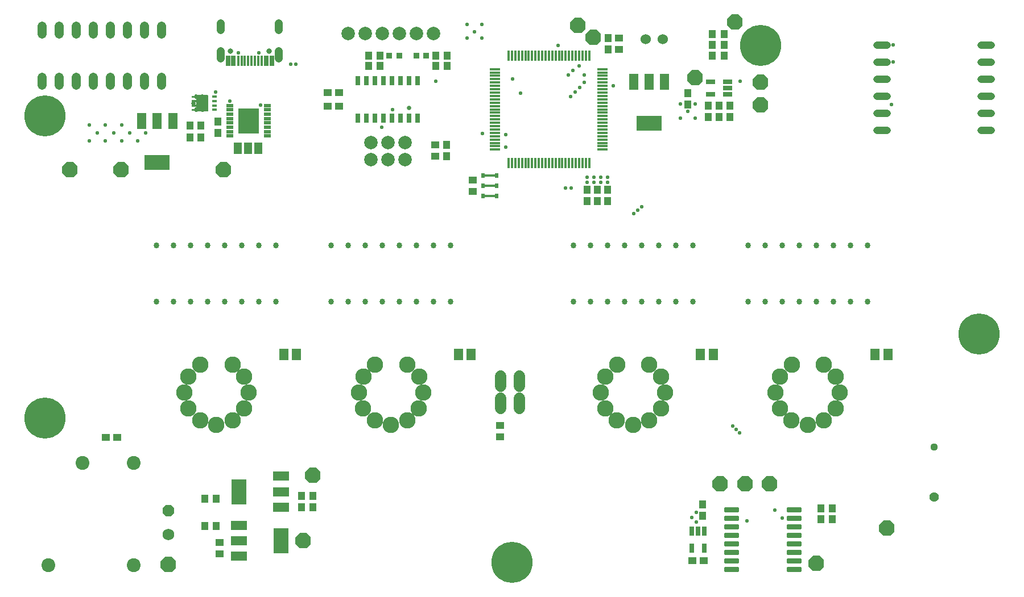
<source format=gts>
G04 EAGLE Gerber RS-274X export*
G75*
%MOMM*%
%FSLAX34Y34*%
%LPD*%
%INSoldermask Top*%
%IPPOS*%
%AMOC8*
5,1,8,0,0,1.08239X$1,22.5*%
G01*
%ADD10R,1.127000X1.227000*%
%ADD11R,1.227000X1.127000*%
%ADD12P,1.869504X8X112.500000*%
%ADD13C,1.727200*%
%ADD14C,1.427000*%
%ADD15C,1.127000*%
%ADD16C,2.006600*%
%ADD17R,0.927000X0.927000*%
%ADD18R,0.500000X0.800000*%
%ADD19R,1.600000X0.400000*%
%ADD20R,1.627000X0.427000*%
%ADD21R,0.427000X1.627000*%
%ADD22R,1.447800X0.685800*%
%ADD23C,1.127000*%
%ADD24R,0.727000X1.327000*%
%ADD25C,2.057400*%
%ADD26C,0.272459*%
%ADD27R,0.685800X1.447800*%
%ADD28C,1.346200*%
%ADD29C,1.527000*%
%ADD30R,3.067000X3.707000*%
%ADD31R,1.100000X0.500000*%
%ADD32R,1.295400X1.727200*%
%ADD33R,1.346200X2.362200*%
%ADD34R,3.727000X2.327000*%
%ADD35C,0.685800*%
%ADD36R,0.750000X0.450000*%
%ADD37R,1.427000X1.727000*%
%ADD38C,2.452000*%
%ADD39C,0.863600*%
%ADD40C,1.651000*%
%ADD41R,0.727000X1.577000*%
%ADD42R,0.427000X1.577000*%
%ADD43C,1.177000*%
%ADD44C,0.827000*%
%ADD45P,2.474344X8X22.500000*%
%ADD46R,2.362200X1.346200*%
%ADD47R,2.327000X3.727000*%
%ADD48C,0.584200*%
%ADD49C,6.127000*%
%ADD50C,0.652000*%

G36*
X297106Y726705D02*
X297106Y726705D01*
X297110Y726702D01*
X297301Y726740D01*
X297310Y726750D01*
X297319Y726747D01*
X297481Y726856D01*
X297485Y726869D01*
X297495Y726869D01*
X297603Y727031D01*
X297602Y727045D01*
X297610Y727049D01*
X297648Y727240D01*
X297645Y727247D01*
X297649Y727250D01*
X297649Y750750D01*
X297645Y750756D01*
X297648Y750760D01*
X297610Y750951D01*
X297600Y750960D01*
X297603Y750969D01*
X297495Y751131D01*
X297481Y751135D01*
X297481Y751145D01*
X297319Y751253D01*
X297305Y751252D01*
X297301Y751260D01*
X297110Y751298D01*
X297103Y751295D01*
X297100Y751299D01*
X280350Y751299D01*
X280344Y751295D01*
X280340Y751298D01*
X280149Y751260D01*
X280140Y751250D01*
X280131Y751253D01*
X279969Y751145D01*
X279965Y751131D01*
X279956Y751131D01*
X279847Y750969D01*
X279848Y750955D01*
X279840Y750951D01*
X279802Y750760D01*
X279805Y750753D01*
X279801Y750750D01*
X279801Y750299D01*
X274000Y750299D01*
X273994Y750295D01*
X273990Y750298D01*
X273799Y750260D01*
X273790Y750250D01*
X273781Y750253D01*
X273619Y750145D01*
X273615Y750131D01*
X273606Y750131D01*
X273497Y749969D01*
X273498Y749963D01*
X273494Y749960D01*
X273498Y749955D01*
X273490Y749951D01*
X273452Y749760D01*
X273455Y749753D01*
X273451Y749750D01*
X273451Y747750D01*
X273455Y747744D01*
X273452Y747740D01*
X273490Y747549D01*
X273500Y747540D01*
X273497Y747531D01*
X273606Y747369D01*
X273619Y747365D01*
X273619Y747356D01*
X273781Y747247D01*
X273795Y747248D01*
X273799Y747240D01*
X273990Y747202D01*
X273997Y747205D01*
X274000Y747201D01*
X279801Y747201D01*
X279801Y743799D01*
X274000Y743799D01*
X273994Y743795D01*
X273990Y743798D01*
X273799Y743760D01*
X273790Y743750D01*
X273781Y743753D01*
X273619Y743645D01*
X273615Y743631D01*
X273606Y743631D01*
X273497Y743469D01*
X273498Y743462D01*
X273494Y743459D01*
X273497Y743455D01*
X273490Y743451D01*
X273452Y743260D01*
X273455Y743253D01*
X273451Y743250D01*
X273451Y741250D01*
X273455Y741244D01*
X273452Y741240D01*
X273490Y741049D01*
X273500Y741040D01*
X273497Y741031D01*
X273606Y740869D01*
X273619Y740865D01*
X273619Y740856D01*
X273781Y740747D01*
X273795Y740748D01*
X273799Y740740D01*
X273990Y740702D01*
X273997Y740705D01*
X274000Y740701D01*
X279801Y740701D01*
X279801Y737299D01*
X274000Y737299D01*
X273994Y737295D01*
X273990Y737298D01*
X273799Y737260D01*
X273790Y737250D01*
X273781Y737253D01*
X273619Y737145D01*
X273615Y737131D01*
X273606Y737131D01*
X273497Y736969D01*
X273498Y736962D01*
X273493Y736958D01*
X273496Y736954D01*
X273490Y736951D01*
X273452Y736760D01*
X273455Y736753D01*
X273451Y736750D01*
X273451Y734750D01*
X273455Y734744D01*
X273452Y734740D01*
X273490Y734549D01*
X273500Y734540D01*
X273497Y734531D01*
X273606Y734369D01*
X273619Y734365D01*
X273619Y734356D01*
X273781Y734247D01*
X273795Y734248D01*
X273799Y734240D01*
X273990Y734202D01*
X273997Y734205D01*
X274000Y734201D01*
X279801Y734201D01*
X279801Y730799D01*
X274000Y730799D01*
X273994Y730795D01*
X273990Y730798D01*
X273799Y730760D01*
X273790Y730750D01*
X273781Y730753D01*
X273619Y730645D01*
X273615Y730631D01*
X273606Y730631D01*
X273497Y730469D01*
X273498Y730461D01*
X273492Y730457D01*
X273495Y730453D01*
X273490Y730451D01*
X273452Y730260D01*
X273455Y730253D01*
X273451Y730250D01*
X273451Y728250D01*
X273455Y728244D01*
X273452Y728240D01*
X273490Y728049D01*
X273500Y728040D01*
X273497Y728031D01*
X273606Y727869D01*
X273619Y727865D01*
X273619Y727856D01*
X273781Y727747D01*
X273795Y727748D01*
X273799Y727740D01*
X273990Y727702D01*
X273997Y727705D01*
X274000Y727701D01*
X279801Y727701D01*
X279801Y727250D01*
X279805Y727244D01*
X279802Y727240D01*
X279840Y727049D01*
X279850Y727040D01*
X279847Y727031D01*
X279956Y726869D01*
X279969Y726865D01*
X279969Y726856D01*
X280131Y726747D01*
X280145Y726748D01*
X280149Y726740D01*
X280340Y726702D01*
X280347Y726705D01*
X280350Y726701D01*
X297100Y726701D01*
X297106Y726705D01*
G37*
D10*
X653000Y677500D03*
X653000Y660500D03*
X1042000Y735500D03*
X1042000Y718500D03*
X1058000Y735500D03*
X1058000Y718500D03*
D11*
X162500Y241000D03*
X145500Y241000D03*
D12*
X239000Y131780D03*
D13*
X239000Y96220D03*
D10*
X892000Y610500D03*
X892000Y593500D03*
X877000Y610500D03*
X877000Y593500D03*
X862000Y610500D03*
X862000Y593500D03*
D11*
X492500Y735000D03*
X475500Y735000D03*
X492500Y755000D03*
X475500Y755000D03*
X1035500Y57000D03*
X1018500Y57000D03*
D10*
X1034000Y124500D03*
X1034000Y141500D03*
X1074000Y735500D03*
X1074000Y718500D03*
D14*
X1378000Y152000D03*
D15*
X1378000Y227000D03*
D16*
X633500Y843000D03*
X608100Y843000D03*
X582700Y843000D03*
X557300Y843000D03*
X531900Y843000D03*
X506500Y843000D03*
X540000Y655000D03*
X540000Y680400D03*
X565400Y655000D03*
X565400Y680400D03*
X590800Y655000D03*
X590800Y680400D03*
D17*
X582500Y810000D03*
X567500Y810000D03*
X607500Y810000D03*
X622500Y810000D03*
D18*
X727500Y616000D03*
X706500Y616000D03*
D19*
X717000Y616000D03*
D18*
X727500Y631000D03*
X706500Y631000D03*
D19*
X717000Y631000D03*
D18*
X727500Y601000D03*
X706500Y601000D03*
D19*
X717000Y601000D03*
D11*
X636000Y660500D03*
X636000Y677500D03*
D10*
X453500Y154000D03*
X436500Y154000D03*
X1209500Y119000D03*
X1226500Y119000D03*
X1209500Y135000D03*
X1226500Y135000D03*
X1048500Y842000D03*
X1065500Y842000D03*
X1065500Y810000D03*
X1048500Y810000D03*
D11*
X692000Y624500D03*
X692000Y607500D03*
D10*
X1048500Y826000D03*
X1065500Y826000D03*
X292500Y150000D03*
X309500Y150000D03*
X553500Y795000D03*
X536500Y795000D03*
X553500Y810000D03*
X536500Y810000D03*
X636500Y810000D03*
X653500Y810000D03*
X653500Y795000D03*
X636500Y795000D03*
X309500Y109000D03*
X292500Y109000D03*
D11*
X315000Y84500D03*
X315000Y67500D03*
D10*
X436500Y137000D03*
X453500Y137000D03*
D20*
X725000Y790000D03*
X725000Y785000D03*
X725000Y780000D03*
X725000Y775000D03*
X725000Y770000D03*
X725000Y765000D03*
X725000Y760000D03*
X725000Y755000D03*
X725000Y750000D03*
X725000Y745000D03*
X725000Y740000D03*
X725000Y735000D03*
X725000Y730000D03*
X725000Y725000D03*
X725000Y720000D03*
X725000Y715000D03*
X725000Y710000D03*
X725000Y705000D03*
X725000Y700000D03*
X725000Y695000D03*
X725000Y690000D03*
X725000Y685000D03*
X725000Y680000D03*
X725000Y675000D03*
X725000Y670000D03*
D21*
X745000Y650000D03*
X750000Y650000D03*
X755000Y650000D03*
X760000Y650000D03*
X765000Y650000D03*
X770000Y650000D03*
X775000Y650000D03*
X780000Y650000D03*
X785000Y650000D03*
X790000Y650000D03*
X795000Y650000D03*
X800000Y650000D03*
X805000Y650000D03*
X810000Y650000D03*
X815000Y650000D03*
X820000Y650000D03*
X825000Y650000D03*
X830000Y650000D03*
X835000Y650000D03*
X840000Y650000D03*
X845000Y650000D03*
X850000Y650000D03*
X855000Y650000D03*
X860000Y650000D03*
X865000Y650000D03*
D20*
X885000Y670000D03*
X885000Y675000D03*
X885000Y680000D03*
X885000Y685000D03*
X885000Y690000D03*
X885000Y695000D03*
X885000Y700000D03*
X885000Y705000D03*
X885000Y710000D03*
X885000Y715000D03*
X885000Y720000D03*
X885000Y725000D03*
X885000Y730000D03*
X885000Y735000D03*
X885000Y740000D03*
X885000Y745000D03*
X885000Y750000D03*
X885000Y755000D03*
X885000Y760000D03*
X885000Y765000D03*
X885000Y770000D03*
X885000Y775000D03*
X885000Y780000D03*
X885000Y785000D03*
X885000Y790000D03*
D21*
X865000Y810000D03*
X860000Y810000D03*
X855000Y810000D03*
X850000Y810000D03*
X845000Y810000D03*
X840000Y810000D03*
X835000Y810000D03*
X830000Y810000D03*
X825000Y810000D03*
X820000Y810000D03*
X815000Y810000D03*
X810000Y810000D03*
X805000Y810000D03*
X800000Y810000D03*
X795000Y810000D03*
X790000Y810000D03*
X785000Y810000D03*
X780000Y810000D03*
X775000Y810000D03*
X770000Y810000D03*
X765000Y810000D03*
X760000Y810000D03*
X755000Y810000D03*
X750000Y810000D03*
X745000Y810000D03*
D22*
X1070700Y752602D03*
X1070700Y762000D03*
X1070700Y771398D03*
X1045300Y771398D03*
X1045300Y752602D03*
D23*
X1293000Y775700D02*
X1308000Y775700D01*
X1448000Y775700D02*
X1463000Y775700D01*
X1308000Y750300D02*
X1293000Y750300D01*
X1293000Y801100D02*
X1308000Y801100D01*
X1308000Y826500D02*
X1293000Y826500D01*
X1293000Y724900D02*
X1308000Y724900D01*
X1308000Y699500D02*
X1293000Y699500D01*
X1448000Y801100D02*
X1463000Y801100D01*
X1463000Y826500D02*
X1448000Y826500D01*
X1448000Y750300D02*
X1463000Y750300D01*
X1463000Y724900D02*
X1448000Y724900D01*
X1448000Y699500D02*
X1463000Y699500D01*
D24*
X609450Y773000D03*
X596750Y773000D03*
X584050Y773000D03*
X571350Y773000D03*
X558650Y773000D03*
X545950Y773000D03*
X533250Y773000D03*
X520550Y773000D03*
X520550Y717000D03*
X533250Y717000D03*
X545950Y717000D03*
X558650Y717000D03*
X571350Y717000D03*
X584050Y717000D03*
X596750Y717000D03*
X609450Y717000D03*
D25*
X187200Y203200D03*
X187200Y50800D03*
X111000Y203200D03*
X60200Y50800D03*
D26*
X1066927Y131227D02*
X1085973Y131227D01*
X1066927Y131227D02*
X1066927Y135673D01*
X1085973Y135673D01*
X1085973Y131227D01*
X1085973Y133816D02*
X1066927Y133816D01*
X1066927Y118527D02*
X1085973Y118527D01*
X1066927Y118527D02*
X1066927Y122973D01*
X1085973Y122973D01*
X1085973Y118527D01*
X1085973Y121116D02*
X1066927Y121116D01*
X1066927Y105827D02*
X1085973Y105827D01*
X1066927Y105827D02*
X1066927Y110273D01*
X1085973Y110273D01*
X1085973Y105827D01*
X1085973Y108416D02*
X1066927Y108416D01*
X1066927Y93127D02*
X1085973Y93127D01*
X1066927Y93127D02*
X1066927Y97573D01*
X1085973Y97573D01*
X1085973Y93127D01*
X1085973Y95716D02*
X1066927Y95716D01*
X1066927Y80427D02*
X1085973Y80427D01*
X1066927Y80427D02*
X1066927Y84873D01*
X1085973Y84873D01*
X1085973Y80427D01*
X1085973Y83016D02*
X1066927Y83016D01*
X1066927Y67727D02*
X1085973Y67727D01*
X1066927Y67727D02*
X1066927Y72173D01*
X1085973Y72173D01*
X1085973Y67727D01*
X1085973Y70316D02*
X1066927Y70316D01*
X1066927Y55027D02*
X1085973Y55027D01*
X1066927Y55027D02*
X1066927Y59473D01*
X1085973Y59473D01*
X1085973Y55027D01*
X1085973Y57616D02*
X1066927Y57616D01*
X1066927Y42327D02*
X1085973Y42327D01*
X1066927Y42327D02*
X1066927Y46773D01*
X1085973Y46773D01*
X1085973Y42327D01*
X1085973Y44916D02*
X1066927Y44916D01*
X1160027Y42327D02*
X1179073Y42327D01*
X1160027Y42327D02*
X1160027Y46773D01*
X1179073Y46773D01*
X1179073Y42327D01*
X1179073Y44916D02*
X1160027Y44916D01*
X1160027Y55027D02*
X1179073Y55027D01*
X1160027Y55027D02*
X1160027Y59473D01*
X1179073Y59473D01*
X1179073Y55027D01*
X1179073Y57616D02*
X1160027Y57616D01*
X1160027Y67727D02*
X1179073Y67727D01*
X1160027Y67727D02*
X1160027Y72173D01*
X1179073Y72173D01*
X1179073Y67727D01*
X1179073Y70316D02*
X1160027Y70316D01*
X1160027Y80427D02*
X1179073Y80427D01*
X1160027Y80427D02*
X1160027Y84873D01*
X1179073Y84873D01*
X1179073Y80427D01*
X1179073Y83016D02*
X1160027Y83016D01*
X1160027Y93127D02*
X1179073Y93127D01*
X1160027Y93127D02*
X1160027Y97573D01*
X1179073Y97573D01*
X1179073Y93127D01*
X1179073Y95716D02*
X1160027Y95716D01*
X1160027Y105827D02*
X1179073Y105827D01*
X1160027Y105827D02*
X1160027Y110273D01*
X1179073Y110273D01*
X1179073Y105827D01*
X1179073Y108416D02*
X1160027Y108416D01*
X1160027Y118527D02*
X1179073Y118527D01*
X1160027Y118527D02*
X1160027Y122973D01*
X1179073Y122973D01*
X1179073Y118527D01*
X1179073Y121116D02*
X1160027Y121116D01*
X1160027Y131227D02*
X1179073Y131227D01*
X1160027Y131227D02*
X1160027Y135673D01*
X1179073Y135673D01*
X1179073Y131227D01*
X1179073Y133816D02*
X1160027Y133816D01*
D27*
X1036398Y101700D03*
X1027000Y101700D03*
X1017602Y101700D03*
X1017602Y76300D03*
X1036398Y76300D03*
D28*
X228900Y842004D02*
X228900Y854196D01*
X203500Y854196D02*
X203500Y842004D01*
X76500Y842004D02*
X76500Y854196D01*
X51100Y854196D02*
X51100Y842004D01*
X178100Y842004D02*
X178100Y854196D01*
X152700Y854196D02*
X152700Y842004D01*
X101900Y842004D02*
X101900Y854196D01*
X127300Y854196D02*
X127300Y842004D01*
X51100Y777996D02*
X51100Y765804D01*
X76500Y765804D02*
X76500Y777996D01*
X101900Y777996D02*
X101900Y765804D01*
X127300Y765804D02*
X127300Y777996D01*
X152700Y777996D02*
X152700Y765804D01*
X178100Y765804D02*
X178100Y777996D01*
X203500Y777996D02*
X203500Y765804D01*
X228900Y765804D02*
X228900Y777996D01*
D29*
X974700Y835000D03*
X949300Y835000D03*
D11*
X909000Y819500D03*
X909000Y836500D03*
D10*
X893000Y836500D03*
X893000Y819500D03*
D30*
X358000Y713000D03*
D31*
X330250Y735750D03*
X330250Y729250D03*
X330250Y722750D03*
X330250Y716250D03*
X330250Y709750D03*
X330250Y703250D03*
X330250Y696750D03*
X330250Y690250D03*
X385750Y690250D03*
X385750Y696750D03*
X385750Y703250D03*
X385750Y709750D03*
X385750Y716250D03*
X385750Y722750D03*
X385750Y729250D03*
X385750Y735750D03*
D32*
X341760Y672000D03*
X357000Y672000D03*
X372240Y672000D03*
D33*
X245114Y712988D03*
X222000Y712988D03*
X198886Y712988D03*
D34*
X222000Y651010D03*
D33*
X977114Y770988D03*
X954000Y770988D03*
X930886Y770988D03*
D34*
X954000Y709010D03*
D35*
X289550Y729250D03*
X280500Y729250D03*
X294070Y739000D03*
X285020Y739000D03*
X275970Y739000D03*
X289550Y748750D03*
X280500Y748750D03*
D36*
X307500Y729250D03*
X307500Y735750D03*
X307500Y742250D03*
X307500Y748750D03*
D10*
X312000Y711500D03*
X312000Y694500D03*
X287000Y705500D03*
X287000Y688500D03*
X271000Y705500D03*
X271000Y688500D03*
X1012000Y737500D03*
X1012000Y754500D03*
D37*
X429500Y365000D03*
X410500Y365000D03*
D38*
X310000Y260000D03*
X286069Y266481D03*
X268584Y284059D03*
X262231Y308025D03*
X268712Y331956D03*
X286290Y349441D03*
X334187Y349313D03*
X351672Y331735D03*
X358025Y307769D03*
X351544Y283838D03*
X333966Y266353D03*
D39*
X348100Y443090D03*
X322700Y443090D03*
X297300Y443090D03*
X271900Y443090D03*
X246500Y443090D03*
X221100Y443090D03*
X221100Y526910D03*
X373500Y526910D03*
X348100Y526910D03*
X322700Y526910D03*
X297300Y526910D03*
X271900Y526910D03*
X246500Y526910D03*
X398900Y526910D03*
X348100Y443090D03*
X348100Y443090D03*
X373500Y443090D03*
X398900Y443090D03*
D37*
X689500Y365000D03*
X670500Y365000D03*
D38*
X570000Y260000D03*
X546069Y266481D03*
X528584Y284059D03*
X522231Y308025D03*
X528712Y331956D03*
X546290Y349441D03*
X594187Y349313D03*
X611672Y331735D03*
X618025Y307769D03*
X611544Y283838D03*
X593966Y266353D03*
D39*
X608100Y443090D03*
X582700Y443090D03*
X557300Y443090D03*
X531900Y443090D03*
X506500Y443090D03*
X481100Y443090D03*
X481100Y526910D03*
X633500Y526910D03*
X608100Y526910D03*
X582700Y526910D03*
X557300Y526910D03*
X531900Y526910D03*
X506500Y526910D03*
X658900Y526910D03*
X608100Y443090D03*
X608100Y443090D03*
X633500Y443090D03*
X658900Y443090D03*
D37*
X1049500Y365000D03*
X1030500Y365000D03*
D38*
X930000Y260000D03*
X906069Y266481D03*
X888584Y284059D03*
X882231Y308025D03*
X888712Y331956D03*
X906290Y349441D03*
X954187Y349313D03*
X971672Y331735D03*
X978025Y307769D03*
X971544Y283838D03*
X953966Y266353D03*
D39*
X968100Y443090D03*
X942700Y443090D03*
X917300Y443090D03*
X891900Y443090D03*
X866500Y443090D03*
X841100Y443090D03*
X841100Y526910D03*
X993500Y526910D03*
X968100Y526910D03*
X942700Y526910D03*
X917300Y526910D03*
X891900Y526910D03*
X866500Y526910D03*
X1018900Y526910D03*
X968100Y443090D03*
X968100Y443090D03*
X993500Y443090D03*
X1018900Y443090D03*
D37*
X1309500Y365000D03*
X1290500Y365000D03*
D38*
X1190000Y260000D03*
X1166069Y266481D03*
X1148584Y284059D03*
X1142231Y308025D03*
X1148712Y331956D03*
X1166290Y349441D03*
X1214187Y349313D03*
X1231672Y331735D03*
X1238025Y307769D03*
X1231544Y283838D03*
X1213966Y266353D03*
D39*
X1228100Y443090D03*
X1202700Y443090D03*
X1177300Y443090D03*
X1151900Y443090D03*
X1126500Y443090D03*
X1101100Y443090D03*
X1101100Y526910D03*
X1253500Y526910D03*
X1228100Y526910D03*
X1202700Y526910D03*
X1177300Y526910D03*
X1151900Y526910D03*
X1126500Y526910D03*
X1278900Y526910D03*
X1228100Y443090D03*
X1228100Y443090D03*
X1253500Y443090D03*
X1278900Y443090D03*
D40*
X732730Y299620D02*
X732730Y284380D01*
X760670Y284380D02*
X760670Y299620D01*
D11*
X732500Y241500D03*
X732500Y258500D03*
D41*
X392500Y802050D03*
X384500Y802050D03*
D42*
X362500Y802050D03*
X367500Y802050D03*
X372500Y802050D03*
X377500Y802050D03*
X357500Y802050D03*
X352500Y802050D03*
X347500Y802050D03*
X342500Y802050D03*
D41*
X335500Y802050D03*
X327500Y802050D03*
D43*
X403200Y805950D02*
X403200Y816450D01*
X316800Y816450D02*
X316800Y805950D01*
X403200Y847750D02*
X403200Y858250D01*
X316800Y858250D02*
X316800Y847750D01*
D44*
X388900Y816500D03*
X331100Y816500D03*
D45*
X439000Y87000D03*
X871000Y837000D03*
X1120000Y736000D03*
X1082000Y860000D03*
X1120000Y770000D03*
X1308000Y106000D03*
X1097000Y172000D03*
X1134000Y172000D03*
X239000Y51000D03*
X321000Y640000D03*
X92000Y640000D03*
X168000Y640000D03*
X848000Y855000D03*
X1203000Y53000D03*
X1023000Y777000D03*
X454000Y184000D03*
X1060000Y172000D03*
D46*
X405988Y136886D03*
X405988Y160000D03*
X405988Y183114D03*
D47*
X344010Y160000D03*
D46*
X344012Y110114D03*
X344012Y87000D03*
X344012Y63886D03*
D47*
X405990Y87000D03*
D40*
X732730Y317380D02*
X732730Y332620D01*
X760670Y332620D02*
X760670Y317380D01*
D48*
X851000Y763000D03*
X858000Y770000D03*
X858000Y781000D03*
X834000Y781000D03*
X841000Y788000D03*
X1317000Y801000D03*
X751000Y775000D03*
X556000Y703000D03*
X838000Y613000D03*
X1152000Y121000D03*
X943000Y585048D03*
X1089000Y248000D03*
X830000Y613000D03*
X937000Y580000D03*
X1084000Y253000D03*
X1141000Y133000D03*
X763000Y754000D03*
X1100000Y117000D03*
X931000Y574952D03*
X1079000Y258000D03*
X837000Y749000D03*
X844000Y756000D03*
X850000Y795000D03*
X741000Y674000D03*
X741000Y692000D03*
X706000Y694000D03*
X819000Y825000D03*
D49*
X55000Y720000D03*
X55000Y270000D03*
X1445000Y395000D03*
X750000Y55000D03*
X1120000Y825000D03*
D48*
X133000Y695000D03*
X157000Y695000D03*
X181000Y695000D03*
X205000Y695000D03*
X121000Y707000D03*
X145000Y707000D03*
X169000Y707000D03*
X121000Y683000D03*
X145000Y683000D03*
X169000Y683000D03*
X193000Y683000D03*
X1024000Y129000D03*
X1018000Y122000D03*
X1024000Y115000D03*
X705000Y857000D03*
X705000Y836000D03*
X694000Y846000D03*
X683000Y836000D03*
X683000Y857000D03*
X1090000Y772000D03*
X862000Y629000D03*
X872000Y629000D03*
X882000Y629000D03*
X892000Y629000D03*
X862000Y621000D03*
X872000Y621000D03*
X882000Y621000D03*
X892000Y621000D03*
D50*
X597000Y732000D03*
D48*
X572000Y730000D03*
X637000Y772000D03*
X901000Y765000D03*
X1315000Y737000D03*
X1317000Y826500D03*
X1023000Y738000D03*
X1023000Y717000D03*
X1012000Y727000D03*
X1001000Y717000D03*
X1001000Y738000D03*
X376000Y736000D03*
X373000Y814000D03*
X421000Y797000D03*
X343000Y814000D03*
X428000Y797000D03*
X330000Y742000D03*
X309000Y756000D03*
M02*

</source>
